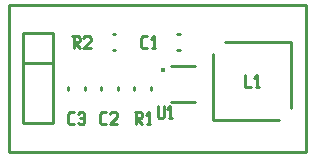
<source format=gbr>
G04 start of page 7 for group -4079 idx -4079 *
G04 Title: (unknown), topsilk *
G04 Creator: pcb 20110918 *
G04 CreationDate: Mon 01 Apr 2013 11:48:25 PM GMT UTC *
G04 For: railfan *
G04 Format: Gerber/RS-274X *
G04 PCB-Dimensions: 100000 50000 *
G04 PCB-Coordinate-Origin: lower left *
%MOIN*%
%FSLAX25Y25*%
%LNTOPSILK*%
%ADD40C,0.0100*%
%ADD39C,0.0001*%
G54D39*G36*
X51000Y28500D02*X52500D01*
Y27000D01*
X51000D01*
Y28500D01*
G37*
G54D40*X500Y49500D02*X99500D01*
Y500D01*
X500D01*
Y49500D01*
X56607Y34288D02*X57393D01*
X56607Y39798D02*X57393D01*
X54563Y28941D02*X62437D01*
X54563Y17129D02*X62437D01*
X72500Y37043D02*X94500D01*
Y15043D01*
X90500Y11043D02*X68500D01*
Y33043D01*
X15000Y30000D02*Y40000D01*
X5000Y30000D02*X15000D01*
Y40000D02*X5000D01*
X15000Y10000D02*Y40000D01*
X5000Y10000D02*X15000D01*
X5000Y40000D02*Y10000D01*
X35107Y34288D02*X35893D01*
X35107Y39798D02*X35893D01*
X20245Y21936D02*Y21150D01*
X25755Y21936D02*Y21150D01*
X31245Y21936D02*Y21150D01*
X36755Y21936D02*Y21150D01*
X47755Y21936D02*Y21150D01*
X42245Y21936D02*Y21150D01*
X45000Y35000D02*X46500D01*
X44500Y35500D02*X45000Y35000D01*
X44500Y38500D02*Y35500D01*
Y38500D02*X45000Y39000D01*
X46500D01*
X48200Y35000D02*X49200D01*
X48700Y39000D02*Y35000D01*
X47700Y38000D02*X48700Y39000D01*
X50111Y15720D02*Y12220D01*
X50611Y11720D01*
X51611D01*
X52111Y12220D01*
Y15720D02*Y12220D01*
X53811Y11720D02*X54811D01*
X54311Y15720D02*Y11720D01*
X53311Y14720D02*X54311Y15720D01*
X79000Y26043D02*Y22043D01*
X81000D01*
X82700D02*X83700D01*
X83200Y26043D02*Y22043D01*
X82200Y25043D02*X83200Y26043D01*
X21500Y39000D02*X23500D01*
X24000Y38500D01*
Y37500D01*
X23500Y37000D02*X24000Y37500D01*
X22000Y37000D02*X23500D01*
X22000Y39000D02*Y35000D01*
Y37000D02*X24000Y35000D01*
X25200Y38500D02*X25700Y39000D01*
X27200D01*
X27700Y38500D01*
Y37500D01*
X25200Y35000D02*X27700Y37500D01*
X25200Y35000D02*X27700D01*
X20807Y9693D02*X22307D01*
X20307Y10193D02*X20807Y9693D01*
X20307Y13193D02*Y10193D01*
Y13193D02*X20807Y13693D01*
X22307D01*
X23507Y13193D02*X24007Y13693D01*
X25007D01*
X25507Y13193D01*
Y10193D01*
X25007Y9693D02*X25507Y10193D01*
X24007Y9693D02*X25007D01*
X23507Y10193D02*X24007Y9693D01*
Y11693D02*X25507D01*
X31350Y9693D02*X32850D01*
X30850Y10193D02*X31350Y9693D01*
X30850Y13193D02*Y10193D01*
Y13193D02*X31350Y13693D01*
X32850D01*
X34050Y13193D02*X34550Y13693D01*
X36050D01*
X36550Y13193D01*
Y12193D01*
X34050Y9693D02*X36550Y12193D01*
X34050Y9693D02*X36550D01*
X42393Y13693D02*X44393D01*
X44893Y13193D01*
Y12193D01*
X44393Y11693D02*X44893Y12193D01*
X42893Y11693D02*X44393D01*
X42893Y13693D02*Y9693D01*
Y11693D02*X44893Y9693D01*
X46593D02*X47593D01*
X47093Y13693D02*Y9693D01*
X46093Y12693D02*X47093Y13693D01*
M02*

</source>
